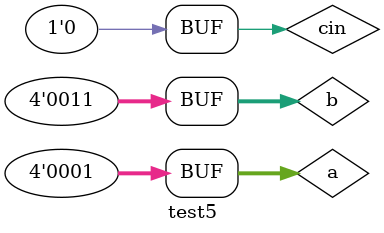
<source format=v>
`timescale 1ns / 1ps


module test5;

	// Inputs
	reg [3:0] a;
	reg [3:0] b;
	reg cin;

	// Outputs
	wire [4:0] sum;

	// Instantiate the Unit Under Test (UUT)
	rca_delay uut (
		.sum(sum), 
		.a(a), 
		.b(b), 
		.cin(cin)
	);

	initial begin
	$monitor ($time,",  a = %b,  b = %b,  cin = %b,  sum = %b\n",a,b,cin,sum);
	
		a = 4'b0000;
		b = 4'b0000;
		cin = 0;
		/*
		#20;
		
		a = 4'b1111;
		b = 4'b0001;
		cin = 1;
		*/
		#20;
		
		a = 4'b0001;
		b = 4'b0011;
		cin = 0;

	end
      
endmodule


</source>
